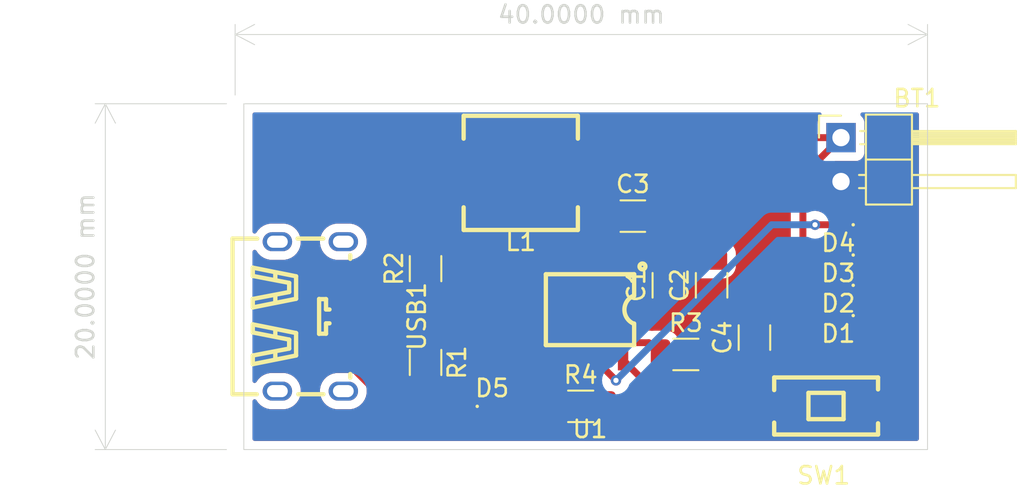
<source format=kicad_pcb>
(kicad_pcb (version 20240108) (generator "pcbnew") (generator_version "8.0")
  (layers (0 "F.Cu" signal) (31 "B.Cu" signal) (34 "B.Paste" user) (35 "F.Paste" user) (36 "B.SilkS" user "B.Silkscreen") (37 "F.SilkS" user "F.Silkscreen") (38 "B.Mask" user) (39 "F.Mask" user) (44 "Edge.Cuts" user))
  (net 0 "")
  (net 1 "GND")
  (net 2 "Bat")
  (net 3 "Vout")
  (net 4 "Net-(C4-Pad1)")
  (net 5 "Net-(D1-K)")
  (net 6 "Net-(D3-K)")
  (net 7 "Net-(D5-A)")
  (net 8 "Net-(U1-SW)")
  (net 9 "Net-(USB1-CC2)")
  (net 10 "Net-(USB1-CC1)")
  (net 11 "Vin")
  (net 12 "Net-(R4-Pad2)")
  (footprint "Resistor_SMD:R_1206_3216Metric" (layer "F.Cu") (at 134.0375 73.5)
    (property "Reference" "R3" (at 0 -1.82 0) (layer "F.SilkS"))
    (property "Value" "1.5")
    (fp_line (start -0.727064 -0.91) (end 0.727064 -0.91) (stroke (width 0.12)) (layer "F.SilkS"))
    (fp_line (start -0.727064 0.91) (end 0.727064 0.91) (stroke (width 0.12)) (layer "F.SilkS"))
    (pad "1" smd roundrect (at -1.4625 0) (size 1.125 1.75) (layers "F.Cu" "F.Paste" "F.Mask") (roundrect_rratio 0.222222) (net 11 "Vin"))
    (pad "2" smd roundrect (at 1.4625 0) (size 1.125 1.75) (layers "F.Cu" "F.Paste" "F.Mask") (roundrect_rratio 0.222222) (net 4 "Net-(C4-Pad1)"))
  )
  (footprint "Capacitor_SMD:C_1206_3216Metric" (layer "F.Cu") (at 138 72.525 90)
    (property "Reference" "C4" (at 0 -1.85 90) (layer "F.SilkS"))
    (property "Value" "2.2uF")
    (fp_line (start -0.711252 -0.91) (end 0.711252 -0.91) (stroke (width 0.12)) (layer "F.SilkS"))
    (fp_line (start -0.711252 0.91) (end 0.711252 0.91) (stroke (width 0.12)) (layer "F.SilkS"))
    (pad "1" smd roundrect (at -1.475 0 90) (size 1.15 1.8) (layers "F.Cu" "F.Paste" "F.Mask") (roundrect_rratio 0.217391) (net 4 "Net-(C4-Pad1)"))
    (pad "2" smd roundrect (at 1.475 0 90) (size 1.15 1.8) (layers "F.Cu" "F.Paste" "F.Mask") (roundrect_rratio 0.217391) (net 1 "GND"))
  )
  (footprint "LED_SMD:LED_0201_0603Metric" (layer "F.Cu") (at 122.845 76.5)
    (property "Reference" "D5" (at 0 -1.05 360) (layer "F.SilkS"))
    (property "Value" "LED")
    (fp_circle (center -0.86 0) (end -0.81 0) (stroke (width 0.1)) (fill none) (layer "F.SilkS"))
    (pad "1" smd roundrect (at -0.32 0) (size 0.46 0.4) (layers "F.Cu" "F.Mask") (net 1 "GND"))
    (pad "2" smd roundrect (at 0.32 0) (size 0.46 0.4) (layers "F.Cu" "F.Mask") (net 7 "Net-(D5-A)"))
  )
  (footprint "Resistor_SMD:R_1206_3216Metric" (layer "F.Cu") (at 127.9625 76.5)
    (property "Reference" "R4" (at 0 -1.82 0) (layer "F.SilkS"))
    (property "Value" "10k")
    (fp_line (start -0.727064 -0.91) (end 0.727064 -0.91) (stroke (width 0.12)) (layer "F.SilkS"))
    (fp_line (start -0.727064 0.91) (end 0.727064 0.91) (stroke (width 0.12)) (layer "F.SilkS"))
    (pad "1" smd roundrect (at -1.4625 0) (size 1.125 1.75) (layers "F.Cu" "F.Paste" "F.Mask") (roundrect_rratio 0.222222) (net 7 "Net-(D5-A)"))
    (pad "2" smd roundrect (at 1.4625 0) (size 1.125 1.75) (layers "F.Cu" "F.Paste" "F.Mask") (roundrect_rratio 0.222222) (net 12 "Net-(R4-Pad2)"))
  )
  (footprint "Resistor_SMD:R_1206_3216Metric" (layer "F.Cu") (at 119 68.5375 90)
    (property "Reference" "R2" (at 0 -1.82 90) (layer "F.SilkS"))
    (property "Value" "5.11k")
    (fp_line (start -0.727064 -0.91) (end 0.727064 -0.91) (stroke (width 0.12)) (layer "F.SilkS"))
    (fp_line (start -0.727064 0.91) (end 0.727064 0.91) (stroke (width 0.12)) (layer "F.SilkS"))
    (pad "1" smd roundrect (at -1.4625 0 90) (size 1.125 1.75) (layers "F.Cu" "F.Paste" "F.Mask") (roundrect_rratio 0.222222) (net 10 "Net-(USB1-CC1)"))
    (pad "2" smd roundrect (at 1.4625 0 90) (size 1.125 1.75) (layers "F.Cu" "F.Paste" "F.Mask") (roundrect_rratio 0.222222) (net 1 "GND"))
  )
  (footprint "LED_SMD:LED_0201_0603Metric" (layer "F.Cu") (at 142.845 69.5 180)
    (property "Reference" "D2" (at 0 -1.05 360) (layer "F.SilkS"))
    (property "Value" "LED")
    (fp_circle (center -0.86 0) (end -0.81 0) (stroke (width 0.1)) (fill none) (layer "F.SilkS"))
    (pad "1" smd roundrect (at -0.32 0 180) (size 0.46 0.4) (layers "F.Cu" "F.Mask") (net 1 "GND"))
    (pad "2" smd roundrect (at 0.32 0 180) (size 0.46 0.4) (layers "F.Cu" "F.Mask") (net 5 "Net-(D1-K)"))
  )
  (footprint "easyeda2kicad:ESOP-8_L4.9-W3.9-P1.27-LS6.0-BL-EP" (layer "F.Cu") (at 128.5 70.91 180)
    (property "Reference" "U1" (at 0 -6.91 360) (layer "F.SilkS"))
    (property "Value" "TP4366E")
    (fp_line (start 2.55 2.05) (end -2.55 2.05) (stroke (width 0.25)) (layer "F.SilkS"))
    (fp_line (start 2.55 -2.05) (end 2.55 2.05) (stroke (width 0.25)) (layer "F.SilkS"))
    (fp_line (start -2.55 0.8) (end -2.55 2.05) (stroke (width 0.25)) (layer "F.SilkS"))
    (fp_line (start -2.55 -0.8) (end -2.55 -2.05) (stroke (width 0.25)) (layer "F.SilkS"))
    (fp_line (start -2.55 -2.05) (end 2.55 -2.05) (stroke (width 0.25)) (layer "F.SilkS"))
    (fp_arc (start -2.505609 -0.80257) (mid -1.988586 -0.003085) (end -2.5 0.8) (stroke (width 0.25)) (layer "F.SilkS"))
    (fp_circle (center -3.03 2.5) (end -2.86 2.5) (stroke (width 0.25)) (fill none) (layer "F.SilkS"))
    (pad "1" smd rect (at -1.91 2.91 180) (size 0.6 1.2) (layers "F.Cu" "F.Paste" "F.Mask") (net 3 "Vout"))
    (pad "2" smd rect (at -0.64 2.91 180) (size 0.6 1.2) (layers "F.Cu" "F.Paste" "F.Mask") (net 2 "Bat"))
    (pad "3" smd rect (at 0.64 2.91 180) (size 0.6 1.2) (layers "F.Cu" "F.Paste" "F.Mask") (net 8 "Net-(U1-SW)"))
    (pad "4" smd rect (at 1.91 2.91 180) (size 0.6 1.2) (layers "F.Cu" "F.Paste" "F.Mask") (net 1 "GND"))
    (pad "5" smd rect (at 1.91 -2.91 180) (size 0.6 1.2) (layers "F.Cu" "F.Paste" "F.Mask") (net 7 "Net-(D5-A)"))
    (pad "6" smd rect (at 0.64 -2.91 180) (size 0.6 1.2) (layers "F.Cu" "F.Paste" "F.Mask") (net 11 "Vin"))
    (pad "7" smd rect (at -0.64 -2.91 180) (size 0.6 1.2) (layers "F.Cu" "F.Paste" "F.Mask") (net 6 "Net-(D3-K)"))
    (pad "8" smd rect (at -1.91 -2.91 180) (size 0.6 1.2) (layers "F.Cu" "F.Paste" "F.Mask") (net 5 "Net-(D1-K)"))
    (pad "9" smd rect (at 0 0) (size 3.3 2.4) (layers "F.Cu" "F.Paste" "F.Mask") (net 1 "GND"))
  )
  (footprint "Resistor_SMD:R_1206_3216Metric" (layer "F.Cu") (at 119 73.9625 -90)
    (property "Reference" "R1" (at 0 -1.82 90) (layer "F.SilkS"))
    (property "Value" "5.11k")
    (fp_line (start -0.727064 0.91) (end 0.727064 0.91) (stroke (width 0.12)) (layer "F.SilkS"))
    (fp_line (start -0.727064 -0.91) (end 0.727064 -0.91) (stroke (width 0.12)) (layer "F.SilkS"))
    (pad "1" smd roundrect (at -1.4625 0 270) (size 1.125 1.75) (layers "F.Cu" "F.Paste" "F.Mask") (roundrect_rratio 0.222222) (net 9 "Net-(USB1-CC2)"))
    (pad "2" smd roundrect (at 1.4625 0 270) (size 1.125 1.75) (layers "F.Cu" "F.Paste" "F.Mask") (roundrect_rratio 0.222222) (net 1 "GND"))
  )
  (footprint "easyeda2kicad:TYPE-C-SMD_TYPE-C-6P_5" (layer "F.Cu") (at 112.47 71.3 -90)
    (property "Reference" "USB1" (at 0 -6.03 90) (layer "F.SilkS"))
    (property "Value" "TYPE-C 6P(073)")
    (fp_line (start -4.5 4.62) (end 4.5 4.62) (stroke (width 0.25)) (layer "F.SilkS"))
    (fp_line (start 4.5 4.62) (end 4.5 3.22) (stroke (width 0.25)) (layer "F.SilkS"))
    (fp_line (start -2.82 3.45) (end -2.32 0.95) (stroke (width 0.25)) (layer "F.SilkS"))
    (fp_line (start -2.34 3.45) (end -2.82 3.45) (stroke (width 0.25)) (layer "F.SilkS"))
    (fp_line (start -1.01 3.45) (end -1.41 1.35) (stroke (width 0.25)) (layer "F.SilkS"))
    (fp_line (start -0.52 3.45) (end -1.01 3.45) (stroke (width 0.25)) (layer "F.SilkS"))
    (fp_line (start 0.46 3.45) (end 0.96 0.95) (stroke (width 0.25)) (layer "F.SilkS"))
    (fp_line (start 0.93 3.45) (end 0.46 3.45) (stroke (width 0.25)) (layer "F.SilkS"))
    (fp_line (start 2.26 3.45) (end 1.86 1.35) (stroke (width 0.25)) (layer "F.SilkS"))
    (fp_line (start 2.76 3.45) (end 2.26 3.45) (stroke (width 0.25)) (layer "F.SilkS"))
    (fp_line (start -4.5 3.22) (end -4.5 3.2) (stroke (width 0.25)) (layer "F.SilkS"))
    (fp_line (start -4.5 3.2) (end -4.5 4.62) (stroke (width 0.25)) (layer "F.SilkS"))
    (fp_line (start -2.52 2.15) (end -2.12 2.15) (stroke (width 0.25)) (layer "F.SilkS"))
    (fp_line (start -1.22 2.15) (end -0.82 2.15) (stroke (width 0.25)) (layer "F.SilkS"))
    (fp_line (start 0.76 2.15) (end 1.16 2.15) (stroke (width 0.25)) (layer "F.SilkS"))
    (fp_line (start 2.06 2.15) (end 2.46 2.15) (stroke (width 0.25)) (layer "F.SilkS"))
    (fp_line (start -1.94 1.35) (end -2.34 3.45) (stroke (width 0.25)) (layer "F.SilkS"))
    (fp_line (start -1.41 1.35) (end -1.94 1.35) (stroke (width 0.25)) (layer "F.SilkS"))
    (fp_line (start 1.34 1.35) (end 0.93 3.45) (stroke (width 0.25)) (layer "F.SilkS"))
    (fp_line (start 1.86 1.35) (end 1.34 1.35) (stroke (width 0.25)) (layer "F.SilkS"))
    (fp_line (start -2.32 0.95) (end -1.02 0.95) (stroke (width 0.25)) (layer "F.SilkS"))
    (fp_line (start -1.02 0.95) (end -0.52 3.45) (stroke (width 0.25)) (layer "F.SilkS"))
    (fp_line (start 0.96 0.95) (end 2.26 0.95) (stroke (width 0.25)) (layer "F.SilkS"))
    (fp_line (start 2.26 0.95) (end 2.76 3.45) (stroke (width 0.25)) (layer "F.SilkS"))
    (fp_line (start 4.5 0.82) (end 4.5 -0.63) (stroke (width 0.25)) (layer "F.SilkS"))
    (fp_line (start -1.01 -0.38) (end 1.01 -0.38) (stroke (width 0.25)) (layer "F.SilkS"))
    (fp_line (start -1 -0.38) (end -1 -0.78) (stroke (width 0.25)) (layer "F.SilkS"))
    (fp_line (start 1 -0.38) (end 1 -0.78) (stroke (width 0.25)) (layer "F.SilkS"))
    (fp_line (start -4.5 -0.58) (end -4.5 0.86) (stroke (width 0.25)) (layer "F.SilkS"))
    (fp_line (start -4.5 -0.58) (end -4.5 -0.62) (stroke (width 0.25)) (layer "F.SilkS"))
    (fp_line (start -1 -0.78) (end -0.4 -0.78) (stroke (width 0.25)) (layer "F.SilkS"))
    (fp_line (start -0.4 -0.78) (end -0.4 -0.98) (stroke (width 0.25)) (layer "F.SilkS"))
    (fp_line (start 0.4 -0.78) (end 0.4 -0.98) (stroke (width 0.25)) (layer "F.SilkS"))
    (fp_line (start 1 -0.78) (end 0.4 -0.78) (stroke (width 0.25)) (layer "F.SilkS"))
    (fp_line (start -3.54 -2.18) (end -3.33 -2.18) (stroke (width 0.25)) (layer "F.SilkS"))
    (fp_line (start 3.33 -2.18) (end 3.54 -2.18) (stroke (width 0.25)) (layer "F.SilkS"))
    (pad "7" thru_hole oval (at -4.32 -1.78 270) (size 1.1 1.7) (drill oval 0.700024 1.199998) (layers "*.Cu" "*.Mask"))
    (pad "7" thru_hole oval (at -4.32 2.03 270) (size 1.1 1.7) (drill oval 0.700024 1.199998) (layers "*.Cu" "*.Mask"))
    (pad "7" thru_hole oval (at 4.32 -1.78 270) (size 1.1 1.7) (drill oval 0.700024 1.199998) (layers "*.Cu" "*.Mask"))
    (pad "7" thru_hole oval (at 4.32 2.03 270) (size 1.1 1.7) (drill oval 0.700024 1.199998) (layers "*.Cu" "*.Mask"))
    (pad "A5" smd rect (at -0.5 -2.03 270) (size 0.7 1.2) (layers "F.Cu" "F.Paste" "F.Mask") (net 10 "Net-(USB1-CC1)"))
    (pad "A9" smd rect (at 1.5 -2.03 270) (size 0.7 1.2) (layers "F.Cu" "F.Paste" "F.Mask") (net 11 "Vin"))
    (pad "A12" smd rect (at 2.7 -2.03 270) (size 0.8 1.2) (layers "F.Cu" "F.Paste" "F.Mask") (net 1 "GND"))
    (pad "B5" smd rect (at 0.5 -2.03 270) (size 0.7 1.2) (layers "F.Cu" "F.Paste" "F.Mask") (net 9 "Net-(USB1-CC2)"))
    (pad "B9" smd rect (at -1.5 -2.03 270) (size 0.7 1.2) (layers "F.Cu" "F.Paste" "F.Mask") (net 11 "Vin"))
    (pad "B12" smd rect (at -2.7 -2.03 270) (size 0.8 1.2) (layers "F.Cu" "F.Paste" "F.Mask") (net 1 "GND"))
  )
  (footprint "Capacitor_SMD:C_1206_3216Metric" (layer "F.Cu") (at 135.525 69.5 90)
    (property "Reference" "C2" (at 0 -1.85 90) (layer "F.SilkS"))
    (property "Value" "10uF")
    (fp_line (start -0.711252 -0.91) (end 0.711252 -0.91) (stroke (width 0.12)) (layer "F.SilkS"))
    (fp_line (start -0.711252 0.91) (end 0.711252 0.91) (stroke (width 0.12)) (layer "F.SilkS"))
    (pad "1" smd roundrect (at -1.475 0 90) (size 1.15 1.8) (layers "F.Cu" "F.Paste" "F.Mask") (roundrect_rratio 0.217391) (net 1 "GND"))
    (pad "2" smd roundrect (at 1.475 0 90) (size 1.15 1.8) (layers "F.Cu" "F.Paste" "F.Mask") (roundrect_rratio 0.217391) (net 3 "Vout"))
  )
  (footprint "LED_SMD:LED_0201_0603Metric" (layer "F.Cu") (at 142.845 71.25 180)
    (property "Reference" "D1" (at 0 -1.05 360) (layer "F.SilkS"))
    (property "Value" "LED")
    (fp_circle (center -0.86 0) (end -0.81 0) (stroke (width 0.1)) (fill none) (layer "F.SilkS"))
    (pad "1" smd roundrect (at -0.32 0 180) (size 0.46 0.4) (layers "F.Cu" "F.Mask") (net 5 "Net-(D1-K)"))
    (pad "2" smd roundrect (at 0.32 0 180) (size 0.46 0.4) (layers "F.Cu" "F.Mask") (net 2 "Bat"))
  )
  (footprint "LED_SMD:LED_0201_0603Metric" (layer "F.Cu") (at 142.845 66 180)
    (property "Reference" "D4" (at 0 -1.05 360) (layer "F.SilkS"))
    (property "Value" "LED")
    (fp_circle (center -0.86 0) (end -0.81 0) (stroke (width 0.1)) (fill none) (layer "F.SilkS"))
    (pad "1" smd roundrect (at -0.32 0 180) (size 0.46 0.4) (layers "F.Cu" "F.Mask") (net 1 "GND"))
    (pad "2" smd roundrect (at 0.32 0 180) (size 0.46 0.4) (layers "F.Cu" "F.Mask") (net 6 "Net-(D3-K)"))
  )
  (footprint "LED_SMD:LED_0201_0603Metric" (layer "F.Cu") (at 142.845 67.75 180)
    (property "Reference" "D3" (at 0 -1.05 360) (layer "F.SilkS"))
    (property "Value" "LED")
    (fp_circle (center -0.86 0) (end -0.81 0) (stroke (width 0.1)) (fill none) (layer "F.SilkS"))
    (pad "1" smd roundrect (at -0.32 0 180) (size 0.46 0.4) (layers "F.Cu" "F.Mask") (net 6 "Net-(D3-K)"))
    (pad "2" smd roundrect (at 0.32 0 180) (size 0.46 0.4) (layers "F.Cu" "F.Mask") (net 2 "Bat"))
  )
  (footprint "Capacitor_SMD:C_1206_3216Metric" (layer "F.Cu") (at 133.025 69.5 90)
    (property "Reference" "C1" (at 0 -1.85 90) (layer "F.SilkS"))
    (property "Value" "10uF")
    (fp_line (start -0.711252 -0.91) (end 0.711252 -0.91) (stroke (width 0.12)) (layer "F.SilkS"))
    (fp_line (start -0.711252 0.91) (end 0.711252 0.91) (stroke (width 0.12)) (layer "F.SilkS"))
    (pad "1" smd roundrect (at -1.475 0 90) (size 1.15 1.8) (layers "F.Cu" "F.Paste" "F.Mask") (roundrect_rratio 0.217391) (net 1 "GND"))
    (pad "2" smd roundrect (at 1.475 0 90) (size 1.15 1.8) (layers "F.Cu" "F.Paste" "F.Mask") (roundrect_rratio 0.217391) (net 3 "Vout"))
  )
  (footprint "Connector_PinHeader_2.54mm:PinHeader_1x02_P2.54mm_Horizontal" (layer "F.Cu") (at 143 60.96)
    (property "Reference" "BT1" (at 4.385 -2.27 0) (layer "F.SilkS"))
    (property "Value" "Battery_Cell")
    (fp_line (start -1.27 -1.27) (end 0 -1.27) (stroke (width 0.12)) (layer "F.SilkS"))
    (fp_line (start -1.27 0) (end -1.27 -1.27) (stroke (width 0.12)) (layer "F.SilkS"))
    (fp_line (start 1.042929 2.16) (end 1.44 2.16) (stroke (width 0.12)) (layer "F.SilkS"))
    (fp_line (start 1.042929 2.92) (end 1.44 2.92) (stroke (width 0.12)) (layer "F.SilkS"))
    (fp_line (start 1.11 -0.38) (end 1.44 -0.38) (stroke (width 0.12)) (layer "F.SilkS"))
    (fp_line (start 1.11 0.38) (end 1.44 0.38) (stroke (width 0.12)) (layer "F.SilkS"))
    (fp_line (start 1.44 -1.33) (end 1.44 3.87) (stroke (width 0.12)) (layer "F.SilkS"))
    (fp_line (start 1.44 1.27) (end 4.1 1.27) (stroke (width 0.12)) (layer "F.SilkS"))
    (fp_line (start 1.44 3.87) (end 4.1 3.87) (stroke (width 0.12)) (layer "F.SilkS"))
    (fp_line (start 4.1 -1.33) (end 1.44 -1.33) (stroke (width 0.12)) (layer "F.SilkS"))
    (fp_line (start 4.1 -0.38) (end 10.1 -0.38) (stroke (width 0.12)) (layer "F.SilkS"))
    (fp_line (start 4.1 -0.32) (end 10.1 -0.32) (stroke (width 0.12)) (layer "F.SilkS"))
    (fp_line (start 4.1 -0.2) (end 10.1 -0.2) (stroke (width 0.12)) (layer "F.SilkS"))
    (fp_line (start 4.1 -0.08) (end 10.1 -0.08) (stroke (width 0.12)) (layer "F.SilkS"))
    (fp_line (start 4.1 0.04) (end 10.1 0.04) (stroke (width 0.12)) (layer "F.SilkS"))
    (fp_line (start 4.1 0.16) (end 10.1 0.16) (stroke (width 0.12)) (layer "F.SilkS"))
    (fp_line (start 4.1 0.28) (end 10.1 0.28) (stroke (width 0.12)) (layer "F.SilkS"))
    (fp_line (start 4.1 2.16) (end 10.1 2.16) (stroke (width 0.12)) (layer "F.SilkS"))
    (fp_line (start 4.1 3.87) (end 4.1 -1.33) (stroke (width 0.12)) (layer "F.SilkS"))
    (fp_line (start 10.1 -0.38) (end 10.1 0.38) (stroke (width 0.12)) (layer "F.SilkS"))
    (fp_line (start 10.1 0.38) (end 4.1 0.38) (stroke (width 0.12)) (layer "F.SilkS"))
    (fp_line (start 10.1 2.16) (end 10.1 2.92) (stroke (width 0.12)) (layer "F.SilkS"))
    (fp_line (start 10.1 2.92) (end 4.1 2.92) (stroke (width 0.12)) (layer "F.SilkS"))
    (pad "1" thru_hole rect (at 0 0) (size 1.7 1.7) (drill 1) (layers "*.Cu" "*.Mask") (net 2 "Bat"))
    (pad "2" thru_hole oval (at 0 2.54) (size 1.7 1.7) (drill 1) (layers "*.Cu" "*.Mask") (net 1 "GND"))
  )
  (footprint "easyeda2kicad:IND-SMD_L7.2-W6.6_GPSR0730" (layer "F.Cu") (at 124.5 63 180)
    (property "Reference" "L1" (at 0 -4 360) (layer "F.SilkS"))
    (property "Value" "1.5uH")
    (fp_line (start 3.3 1.98) (end 3.3 3.3) (stroke (width 0.25)) (layer "F.SilkS"))
    (fp_line (start 3.3 -3.3) (end 3.3 -1.99) (stroke (width 0.25)) (layer "F.SilkS"))
    (fp_line (start -3.3 3.3) (end 3.3 3.3) (stroke (width 0.25)) (layer "F.SilkS"))
    (fp_line (start -3.3 1.98) (end -3.3 3.3) (stroke (width 0.25)) (layer "F.SilkS"))
    (fp_line (start -3.3 -3.3) (end 3.3 -3.3) (stroke (width 0.25)) (layer "F.SilkS"))
    (fp_line (start -3.3 -3.3) (end -3.3 -1.99) (stroke (width 0.25)) (layer "F.SilkS"))
    (pad "1" smd rect (at -2.85 0 180) (size 2.35 3.5) (layers "F.Cu" "F.Paste" "F.Mask") (net 2 "Bat"))
    (pad "2" smd rect (at 2.85 0 180) (size 2.35 3.5) (layers "F.Cu" "F.Paste" "F.Mask") (net 8 "Net-(U1-SW)"))
  )
  (footprint "easyeda2kicad:SW-SMD_L6.0-W3.3-LS8.0" (layer "F.Cu") (at 142 76.5 180)
    (property "Reference" "SW1" (at 0 -4 360) (layer "F.SilkS"))
    (property "Value" "TS-1101-C-W")
    (fp_line (start 2.86 1.67) (end 2.86 0.94) (stroke (width 0.25)) (layer "F.SilkS"))
    (fp_line (start 2.86 1.67) (end -3.14 1.67) (stroke (width 0.25)) (layer "F.SilkS"))
    (fp_line (start 2.86 -0.94) (end 2.86 -1.63) (stroke (width 0.25)) (layer "F.SilkS"))
    (fp_line (start 0.88 0.78) (end -1.15 0.78) (stroke (width 0.25)) (layer "F.SilkS"))
    (fp_line (start 0.88 -0.74) (end 0.88 0.78) (stroke (width 0.25)) (layer "F.SilkS"))
    (fp_line (start -1.15 0.78) (end -1.15 -0.74) (stroke (width 0.25)) (layer "F.SilkS"))
    (fp_line (start -1.15 -0.74) (end 0.88 -0.74) (stroke (width 0.25)) (layer "F.SilkS"))
    (fp_line (start -3.14 0.98) (end -3.14 1.67) (stroke (width 0.25)) (layer "F.SilkS"))
    (fp_line (start -3.14 -1.63) (end 2.86 -1.63) (stroke (width 0.25)) (layer "F.SilkS"))
    (fp_line (start -3.14 -1.63) (end -3.14 -0.98) (stroke (width 0.25)) (layer "F.SilkS"))
    (pad "1" smd rect (at -4 0 180) (size 1.9 1.5) (layers "F.Cu" "F.Paste" "F.Mask") (net 1 "GND"))
    (pad "2" smd rect (at 4 0 180) (size 1.9 1.5) (layers "F.Cu" "F.Paste" "F.Mask") (net 12 "Net-(R4-Pad2)"))
  )
  (footprint "Capacitor_SMD:C_1206_3216Metric" (layer "F.Cu") (at 130.975 65.5)
    (property "Reference" "C3" (at 0 -1.85 0) (layer "F.SilkS"))
    (property "Value" "10uF")
    (fp_line (start -0.711252 -0.91) (end 0.711252 -0.91) (stroke (width 0.12)) (layer "F.SilkS"))
    (fp_line (start -0.711252 0.91) (end 0.711252 0.91) (stroke (width 0.12)) (layer "F.SilkS"))
    (pad "1" smd roundrect (at -1.475 0) (size 1.15 1.8) (layers "F.Cu" "F.Paste" "F.Mask") (roundrect_rratio 0.217391) (net 2 "Bat"))
    (pad "2" smd roundrect (at 1.475 0) (size 1.15 1.8) (layers "F.Cu" "F.Paste" "F.Mask") (roundrect_rratio 0.217391) (net 1 "GND"))
  )
  (gr_rect (start 108.5 59) (end 148 79) (stroke (width 0.05)) (fill none) (layer "Edge.Cuts"))
  (dimension (type aligned) (layer "Edge.Cuts") (pts (xy 108 59) (xy 148 59)) (height -4) (gr_text "40.0000 mm" (at 128 53.85 0) (layer "Edge.Cuts") (effects (font (size 1 1) (thickness 0.15)))) (format (prefix "") (suffix "") (units 3) (units_format 1) (precision 4)) (style (thickness 0.05) (arrow_length 1.27) (text_position_mode 0) (extension_height 0.58642) (extension_offset 0.5) keep_text_aligned))
  (dimension (type aligned) (layer "Edge.Cuts") (pts (xy 108 59) (xy 108 79)) (height 7.5) (gr_text "20.0000 mm" (at 99.35 69 90) (layer "Edge.Cuts") (effects (font (size 1 1) (thickness 0.15)))) (format (prefix "") (suffix "") (units 3) (units_format 1) (precision 4)) (style (thickness 0.05) (arrow_length 1.27) (text_position_mode 0) (extension_height 0.58642) (extension_offset 0.5) keep_text_aligned))
  (segment (start 135.525 70.975) (end 135 70.975) (width 0.2) (layer "F.Cu") (net 1))
  (segment (start 132.46 70.91) (end 128.5 70.91) (width 0.4) (layer "F.Cu") (net 1))
  (segment (start 119 75.425) (end 115.925 75.425) (width 0.4) (layer "F.Cu") (net 1))
  (segment (start 133.025 70.975) (end 132.525 70.975) (width 0.2) (layer "F.Cu") (net 1))
  (segment (start 135.525 70.975) (end 133.025 70.975) (width 0.4) (layer "F.Cu") (net 1))
  (segment (start 132.525 70.975) (end 132.46 70.91) (width 0.2) (layer "F.Cu") (net 1))
  (segment (start 117.475 68.6) (end 119 67.075) (width 0.4) (layer "F.Cu") (net 1))
  (segment (start 121.45 75.425) (end 122.525 76.5) (width 0.4) (layer "F.Cu") (net 1))
  (segment (start 135 70.975) (end 134.935 70.91) (width 0.2) (layer "F.Cu") (net 1))
  (segment (start 134.935 70.91) (end 128.5 70.91) (width 0.4) (layer "F.Cu") (net 1))
  (segment (start 119 75.425) (end 121.45 75.425) (width 0.4) (layer "F.Cu") (net 1))
  (segment (start 114.5 68.6) (end 117.475 68.6) (width 0.4) (layer "F.Cu") (net 1))
  (segment (start 115.925 75.425) (end 114.5 74) (width 0.4) (layer "F.Cu") (net 1))
  (segment (start 143 60.96) (end 140.8 63.16) (width 0.4) (layer "F.Cu") (net 2))
  (segment (start 141 69.725) (end 141 68) (width 0.4) (layer "F.Cu") (net 2))
  (segment (start 129.5 65.5) (end 129.5 67.64) (width 0.4) (layer "F.Cu") (net 2))
  (segment (start 129.5 67.64) (end 129.14 68) (width 0.4) (layer "F.Cu") (net 2))
  (segment (start 142.525 68.049878) (end 142.525 67.75) (width 0.4) (layer "F.Cu") (net 2))
  (segment (start 143 60.96) (end 129.39 60.96) (width 0.4) (layer "F.Cu") (net 2))
  (segment (start 141 68) (end 142 68) (width 0.4) (layer "F.Cu") (net 2))
  (segment (start 142.525 71.25) (end 141 69.725) (width 0.4) (layer "F.Cu") (net 2))
  (segment (start 142 68) (end 142.25 67.75) (width 0.4) (layer "F.Cu") (net 2))
  (segment (start 127.35 63) (end 127.35 63.35) (width 0.4) (layer "F.Cu") (net 2))
  (segment (start 140.8 67.8) (end 141 68) (width 0.4) (layer "F.Cu") (net 2))
  (segment (start 129.39 60.96) (end 127.35 63) (width 0.4) (layer "F.Cu") (net 2))
  (segment (start 127.35 63.35) (end 129.5 65.5) (width 0.4) (layer "F.Cu") (net 2))
  (segment (start 142.25 67.75) (end 142.525 67.75) (width 0.4) (layer "F.Cu") (net 2))
  (segment (start 140.8 63.16) (end 140.8 67.8) (width 0.4) (layer "F.Cu") (net 2))
  (segment (start 135.5 68) (end 135.525 68.025) (width 0.2) (layer "F.Cu") (net 3))
  (segment (start 130.41 68) (end 135.5 68) (width 0.4) (layer "F.Cu") (net 3))
  (segment (start 133.025 68.025) (end 135.525 68.025) (width 0.2) (layer "F.Cu") (net 3))
  (segment (start 135.5 73.5) (end 137.5 73.5) (width 0.4) (layer "F.Cu") (net 4))
  (segment (start 137.5 73.5) (end 138 74) (width 0.4) (layer "F.Cu") (net 4))
  (segment (start 143.165 70.950122) (end 142.525 70.310122) (width 0.4) (layer "F.Cu") (net 5))
  (segment (start 131.565 74.975) (end 140.525 74.975) (width 0.4) (layer "F.Cu") (net 5))
  (segment (start 130.41 73.82) (end 131.565 74.975) (width 0.4) (layer "F.Cu") (net 5))
  (segment (start 142.525 70.310122) (end 142.525 69.5) (width 0.4) (layer "F.Cu") (net 5))
  (segment (start 143.165 72.335) (end 143.165 71.25) (width 0.4) (layer "F.Cu") (net 5))
  (segment (start 140.525 74.975) (end 143.165 72.335) (width 0.4) (layer "F.Cu") (net 5))
  (segment (start 143.165 71.25) (end 143.165 70.950122) (width 0.4) (layer "F.Cu") (net 5))
  (segment (start 143.165 67.75) (end 143.165 66.939878) (width 0.4) (layer "F.Cu") (net 6))
  (segment (start 129.14 73.82) (end 129.14 74.14) (width 0.4) (layer "F.Cu") (net 6))
  (segment (start 143.165 66.939878) (end 142.525 66.299878) (width 0.4) (layer "F.Cu") (net 6))
  (segment (start 141.5 66) (end 142.525 66) (width 0.4) (layer "F.Cu") (net 6))
  (segment (start 142.525 66.299878) (end 142.525 66) (width 0.4) (layer "F.Cu") (net 6))
  (segment (start 129.14 74.14) (end 130 75) (width 0.4) (layer "F.Cu") (net 6))
  (via (at 141.5 66) (size 0.6) (drill 0.3) (layers "F.Cu" "B.Cu") (net 6))
  (via (at 130 75) (size 0.6) (drill 0.3) (layers "F.Cu" "B.Cu") (net 6))
  (segment (start 139 66) (end 141.5 66) (width 0.4) (layer "B.Cu") (net 6))
  (segment (start 130 75) (end 139 66) (width 0.4) (layer "B.Cu") (net 6))
  (segment (start 123.165 76.5) (end 126.5 76.5) (width 0.4) (layer "F.Cu") (net 7))
  (segment (start 126.5 76.5) (end 126.5 73.91) (width 0.4) (layer "F.Cu") (net 7))
  (segment (start 126.5 73.91) (end 126.59 73.82) (width 0.4) (layer "F.Cu") (net 7))
  (segment (start 121.65 63) (end 123.16 63) (width 0.4) (layer "F.Cu") (net 8))
  (segment (start 123.16 63) (end 127.86 67.7) (width 0.4) (layer "F.Cu") (net 8))
  (segment (start 127.86 67.7) (end 127.86 68) (width 0.4) (layer "F.Cu") (net 8))
  (segment (start 114.5 71.8) (end 118.3 71.8) (width 0.4) (layer "F.Cu") (net 9))
  (segment (start 118.3 71.8) (end 119 72.5) (width 0.2) (layer "F.Cu") (net 9))
  (segment (start 119 70) (end 118.2 70.8) (width 0.4) (layer "F.Cu") (net 10))
  (segment (start 118.2 70.8) (end 114.5 70.8) (width 0.4) (layer "F.Cu") (net 10))
  (segment (start 115.95 74) (end 125 74) (width 0.4) (layer "F.Cu") (net 11))
  (segment (start 114.5 72.8) (end 114.75 72.8) (width 0.2) (layer "F.Cu") (net 11))
  (segment (start 127.36 72.82) (end 127.26 72.92) (width 0.4) (layer "F.Cu") (net 11))
  (segment (start 114.5 72.8) (end 113.7 72.8) (width 0.4) (layer "F.Cu") (net 11))
  (segment (start 114.75 72.8) (end 115.95 74) (width 0.4) (layer "F.Cu") (net 11))
  (segment (start 113.7 69.8) (end 114.5 69.8) (width 0.4) (layer "F.Cu") (net 11))
  (segment (start 113.6 72.7) (end 113.6 69.9) (width 0.4) (layer "F.Cu") (net 11))
  (segment (start 127.26 72.92) (end 127.86 73.52) (width 0.4) (layer "F.Cu") (net 11))
  (segment (start 125 74) (end 126.08 72.92) (width 0.4) (layer "F.Cu") (net 11))
  (segment (start 127.86 73.52) (end 127.86 73.82) (width 0.2) (layer "F.Cu") (net 11))
  (segment (start 131.895 72.82) (end 127.36 72.82) (width 0.4) (layer "F.Cu") (net 11))
  (segment (start 132.575 73.5) (end 131.895 72.82) (width 0.4) (layer "F.Cu") (net 11))
  (segment (start 126.08 72.92) (end 127.26 72.92) (width 0.4) (layer "F.Cu") (net 11))
  (segment (start 113.7 72.8) (end 113.6 72.7) (width 0.2) (layer "F.Cu") (net 11))
  (segment (start 113.6 69.9) (end 113.7 69.8) (width 0.2) (layer "F.Cu") (net 11))
  (segment (start 129.425 76.5) (end 138.5 76.5) (width 0.4) (layer "F.Cu") (net 12))
  (zone (net 1) (net_name "GND") (layers "F&B.Cu") (connect_pads yes (clearance 0.5)) (min_thickness 0.25) (fill yes (thermal_gap 0.5) (thermal_bridge_width 0.5))
    (polygon (pts (xy 108 59) (xy 148 59) (xy 148 79) (xy 108 79)))
  )
)
</source>
